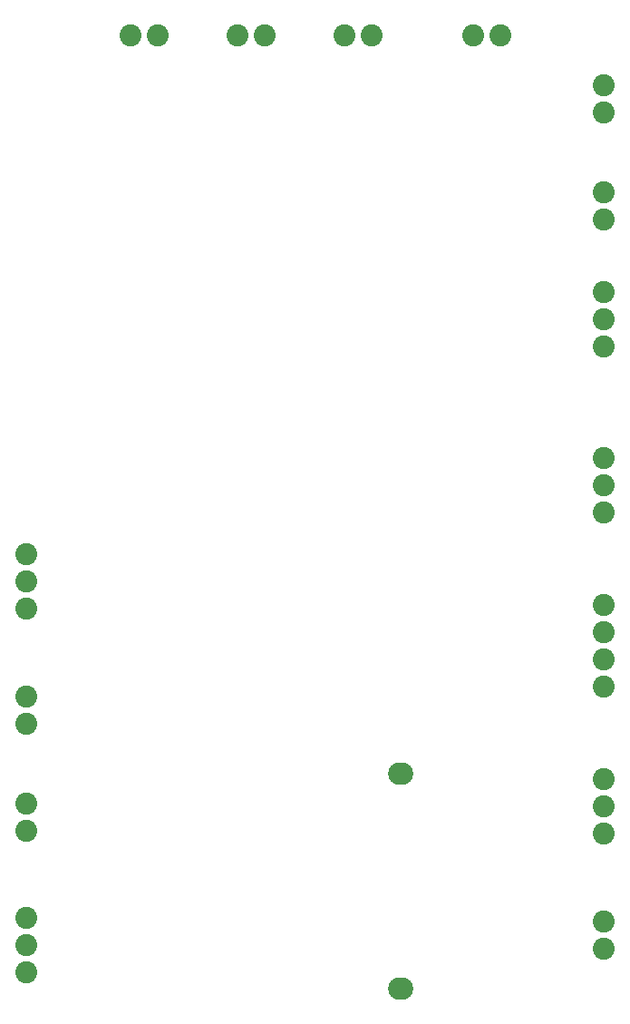
<source format=gbr>
G04 #@! TF.FileFunction,Soldermask,Bot*
%FSLAX46Y46*%
G04 Gerber Fmt 4.6, Leading zero omitted, Abs format (unit mm)*
G04 Created by KiCad (PCBNEW 4.0.4-stable) date Thursday, May 25, 2017 'AMt' 09:40:54 AM*
%MOMM*%
%LPD*%
G01*
G04 APERTURE LIST*
%ADD10C,0.100000*%
%ADD11O,2.350000X2.100000*%
%ADD12C,2.050000*%
G04 APERTURE END LIST*
D10*
D11*
X246000000Y-130000000D03*
X246000000Y-150000000D03*
D12*
X220730000Y-61000000D03*
X223270000Y-61000000D03*
X211000000Y-135270000D03*
X211000000Y-132730000D03*
X211000000Y-122730000D03*
X211000000Y-125270000D03*
X230730000Y-61000000D03*
X233270000Y-61000000D03*
X265000000Y-146270000D03*
X265000000Y-143730000D03*
X243270000Y-61000000D03*
X240730000Y-61000000D03*
X255270000Y-61000000D03*
X252730000Y-61000000D03*
X265000000Y-78270000D03*
X265000000Y-75730000D03*
X265000000Y-65730000D03*
X265000000Y-68270000D03*
X265000000Y-135540000D03*
X265000000Y-133000000D03*
X265000000Y-130460000D03*
X211000000Y-114540000D03*
X211000000Y-112000000D03*
X211000000Y-109460000D03*
X211000000Y-143460000D03*
X211000000Y-146000000D03*
X211000000Y-148540000D03*
X265000000Y-84960000D03*
X265000000Y-87500000D03*
X265000000Y-90040000D03*
X265000000Y-100460000D03*
X265000000Y-103000000D03*
X265000000Y-105540000D03*
X265000000Y-119270000D03*
X265000000Y-116730000D03*
X265000000Y-114190000D03*
X265000000Y-121810000D03*
M02*

</source>
